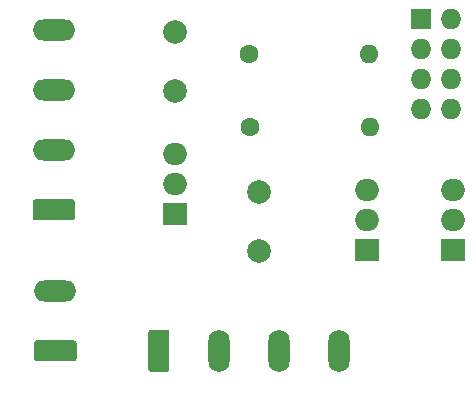
<source format=gbs>
%TF.GenerationSoftware,KiCad,Pcbnew,5.99.0+really5.1.10+dfsg1-1*%
%TF.CreationDate,2021-12-19T10:59:00-08:00*%
%TF.ProjectId,TasmotaGenericPCB,5461736d-6f74-4614-9765-6e6572696350,rev?*%
%TF.SameCoordinates,Original*%
%TF.FileFunction,Soldermask,Bot*%
%TF.FilePolarity,Negative*%
%FSLAX46Y46*%
G04 Gerber Fmt 4.6, Leading zero omitted, Abs format (unit mm)*
G04 Created by KiCad (PCBNEW 5.99.0+really5.1.10+dfsg1-1) date 2021-12-19 10:59:00*
%MOMM*%
%LPD*%
G01*
G04 APERTURE LIST*
%ADD10O,3.600000X1.800000*%
%ADD11O,1.800000X3.600000*%
%ADD12O,1.600000X1.600000*%
%ADD13C,1.600000*%
%ADD14C,2.000000*%
%ADD15R,1.727200X1.727200*%
%ADD16O,1.727200X1.727200*%
%ADD17O,2.000000X1.905000*%
%ADD18R,2.000000X1.905000*%
G04 APERTURE END LIST*
D10*
%TO.C,J3*%
X103124000Y-111633000D03*
G36*
G01*
X104674000Y-117613000D02*
X101574000Y-117613000D01*
G75*
G02*
X101324000Y-117363000I0J250000D01*
G01*
X101324000Y-116063000D01*
G75*
G02*
X101574000Y-115813000I250000J0D01*
G01*
X104674000Y-115813000D01*
G75*
G02*
X104924000Y-116063000I0J-250000D01*
G01*
X104924000Y-117363000D01*
G75*
G02*
X104674000Y-117613000I-250000J0D01*
G01*
G37*
%TD*%
D11*
%TO.C,J2*%
X127127000Y-116713000D03*
X122047000Y-116713000D03*
X116967000Y-116713000D03*
G36*
G01*
X110987000Y-118263000D02*
X110987000Y-115163000D01*
G75*
G02*
X111237000Y-114913000I250000J0D01*
G01*
X112537000Y-114913000D01*
G75*
G02*
X112787000Y-115163000I0J-250000D01*
G01*
X112787000Y-118263000D01*
G75*
G02*
X112537000Y-118513000I-250000J0D01*
G01*
X111237000Y-118513000D01*
G75*
G02*
X110987000Y-118263000I0J250000D01*
G01*
G37*
%TD*%
D10*
%TO.C,J1*%
X102997000Y-89535000D03*
X102997000Y-94615000D03*
X102997000Y-99695000D03*
G36*
G01*
X104547000Y-105675000D02*
X101447000Y-105675000D01*
G75*
G02*
X101197000Y-105425000I0J250000D01*
G01*
X101197000Y-104125000D01*
G75*
G02*
X101447000Y-103875000I250000J0D01*
G01*
X104547000Y-103875000D01*
G75*
G02*
X104797000Y-104125000I0J-250000D01*
G01*
X104797000Y-105425000D01*
G75*
G02*
X104547000Y-105675000I-250000J0D01*
G01*
G37*
%TD*%
D12*
%TO.C,R2*%
X129794000Y-97790000D03*
D13*
X119634000Y-97790000D03*
%TD*%
D12*
%TO.C,R1*%
X129667000Y-91567000D03*
D13*
X119507000Y-91567000D03*
%TD*%
D14*
%TO.C,C2*%
X120396000Y-108251000D03*
X120396000Y-103251000D03*
%TD*%
%TO.C,C1*%
X113284000Y-89742000D03*
X113284000Y-94742000D03*
%TD*%
D15*
%TO.C,U1*%
X134112000Y-88646000D03*
D16*
X136652000Y-88646000D03*
X134112000Y-91186000D03*
X136652000Y-91186000D03*
X134112000Y-93726000D03*
X136652000Y-93726000D03*
X134112000Y-96266000D03*
X136652000Y-96266000D03*
%TD*%
D17*
%TO.C,U2*%
X113284000Y-100076000D03*
X113284000Y-102616000D03*
D18*
X113284000Y-105156000D03*
%TD*%
D17*
%TO.C,Q2*%
X136779000Y-103124000D03*
X136779000Y-105664000D03*
D18*
X136779000Y-108204000D03*
%TD*%
D17*
%TO.C,Q1*%
X129540000Y-103124000D03*
X129540000Y-105664000D03*
D18*
X129540000Y-108204000D03*
%TD*%
M02*

</source>
